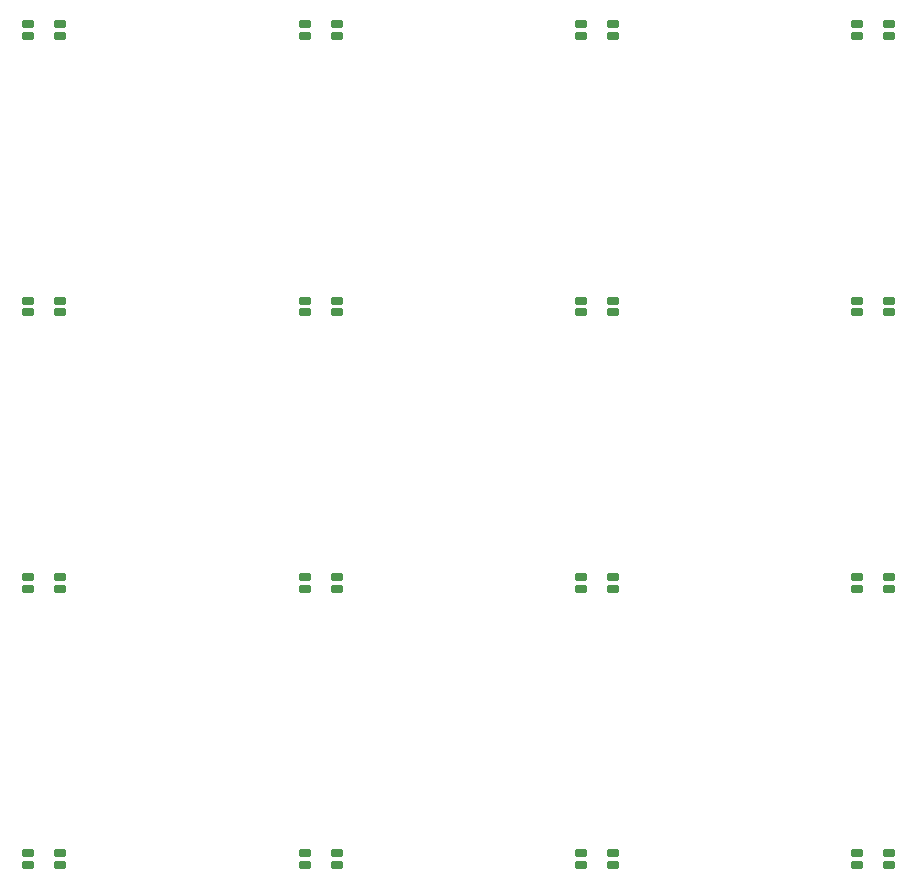
<source format=gbp>
G04 #@! TF.GenerationSoftware,KiCad,Pcbnew,8.0.6*
G04 #@! TF.CreationDate,2024-11-12T16:38:53+01:00*
G04 #@! TF.ProjectId,USB-C_Adapter - nutzen,5553422d-435f-4416-9461-70746572202d,rev?*
G04 #@! TF.SameCoordinates,Original*
G04 #@! TF.FileFunction,Paste,Bot*
G04 #@! TF.FilePolarity,Positive*
%FSLAX46Y46*%
G04 Gerber Fmt 4.6, Leading zero omitted, Abs format (unit mm)*
G04 Created by KiCad (PCBNEW 8.0.6) date 2024-11-12 16:38:53*
%MOMM*%
%LPD*%
G01*
G04 APERTURE LIST*
G04 Aperture macros list*
%AMRoundRect*
0 Rectangle with rounded corners*
0 $1 Rounding radius*
0 $2 $3 $4 $5 $6 $7 $8 $9 X,Y pos of 4 corners*
0 Add a 4 corners polygon primitive as box body*
4,1,4,$2,$3,$4,$5,$6,$7,$8,$9,$2,$3,0*
0 Add four circle primitives for the rounded corners*
1,1,$1+$1,$2,$3*
1,1,$1+$1,$4,$5*
1,1,$1+$1,$6,$7*
1,1,$1+$1,$8,$9*
0 Add four rect primitives between the rounded corners*
20,1,$1+$1,$2,$3,$4,$5,0*
20,1,$1+$1,$4,$5,$6,$7,0*
20,1,$1+$1,$6,$7,$8,$9,0*
20,1,$1+$1,$8,$9,$2,$3,0*%
G04 Aperture macros list end*
%ADD10RoundRect,0.120000X-0.430000X-0.180000X0.430000X-0.180000X0.430000X0.180000X-0.430000X0.180000X0*%
G04 APERTURE END LIST*
D10*
X176587500Y-154350000D03*
X179287500Y-154350000D03*
X179287500Y-153350000D03*
X176587500Y-153350000D03*
X199987500Y-130950000D03*
X202687500Y-130950000D03*
X202687500Y-129950000D03*
X199987500Y-129950000D03*
X223387500Y-177750000D03*
X226087500Y-177750000D03*
X226087500Y-176750000D03*
X223387500Y-176750000D03*
X223387500Y-130950000D03*
X226087500Y-130950000D03*
X226087500Y-129950000D03*
X223387500Y-129950000D03*
X223387500Y-107550000D03*
X226087500Y-107550000D03*
X226087500Y-106550000D03*
X223387500Y-106550000D03*
X246787500Y-130950000D03*
X249487500Y-130950000D03*
X249487500Y-129950000D03*
X246787500Y-129950000D03*
X176587500Y-107550000D03*
X179287500Y-107550000D03*
X179287500Y-106550000D03*
X176587500Y-106550000D03*
X246787500Y-107550000D03*
X249487500Y-107550000D03*
X249487500Y-106550000D03*
X246787500Y-106550000D03*
X176587500Y-130950000D03*
X179287500Y-130950000D03*
X179287500Y-129950000D03*
X176587500Y-129950000D03*
X246787500Y-177750000D03*
X249487500Y-177750000D03*
X249487500Y-176750000D03*
X246787500Y-176750000D03*
X223387500Y-154350000D03*
X226087500Y-154350000D03*
X226087500Y-153350000D03*
X223387500Y-153350000D03*
X199987500Y-107550000D03*
X202687500Y-107550000D03*
X202687500Y-106550000D03*
X199987500Y-106550000D03*
X246787500Y-154350000D03*
X249487500Y-154350000D03*
X249487500Y-153350000D03*
X246787500Y-153350000D03*
X199987500Y-177750000D03*
X202687500Y-177750000D03*
X202687500Y-176750000D03*
X199987500Y-176750000D03*
X199987500Y-154350000D03*
X202687500Y-154350000D03*
X202687500Y-153350000D03*
X199987500Y-153350000D03*
X176587500Y-177750000D03*
X179287500Y-177750000D03*
X179287500Y-176750000D03*
X176587500Y-176750000D03*
M02*

</source>
